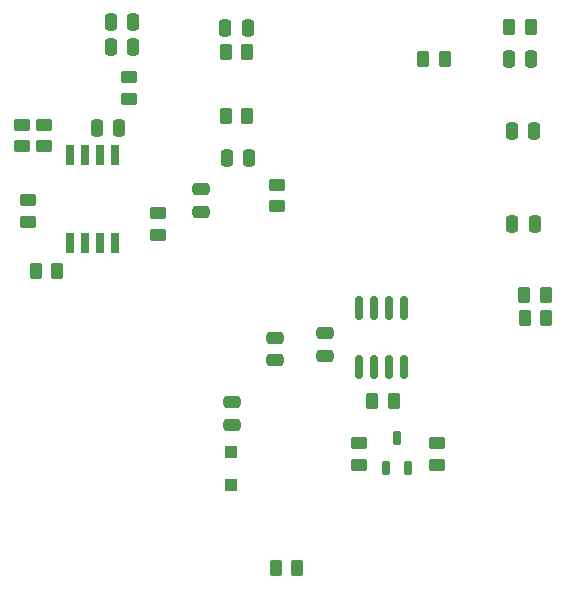
<source format=gbp>
G04 #@! TF.GenerationSoftware,KiCad,Pcbnew,9.0.5*
G04 #@! TF.CreationDate,2025-10-15T09:52:21+02:00*
G04 #@! TF.ProjectId,KleverLogger,4b6c6576-6572-44c6-9f67-6765722e6b69,rev?*
G04 #@! TF.SameCoordinates,Original*
G04 #@! TF.FileFunction,Paste,Bot*
G04 #@! TF.FilePolarity,Positive*
%FSLAX46Y46*%
G04 Gerber Fmt 4.6, Leading zero omitted, Abs format (unit mm)*
G04 Created by KiCad (PCBNEW 9.0.5) date 2025-10-15 09:52:21*
%MOMM*%
%LPD*%
G01*
G04 APERTURE LIST*
G04 Aperture macros list*
%AMRoundRect*
0 Rectangle with rounded corners*
0 $1 Rounding radius*
0 $2 $3 $4 $5 $6 $7 $8 $9 X,Y pos of 4 corners*
0 Add a 4 corners polygon primitive as box body*
4,1,4,$2,$3,$4,$5,$6,$7,$8,$9,$2,$3,0*
0 Add four circle primitives for the rounded corners*
1,1,$1+$1,$2,$3*
1,1,$1+$1,$4,$5*
1,1,$1+$1,$6,$7*
1,1,$1+$1,$8,$9*
0 Add four rect primitives between the rounded corners*
20,1,$1+$1,$2,$3,$4,$5,0*
20,1,$1+$1,$4,$5,$6,$7,0*
20,1,$1+$1,$6,$7,$8,$9,0*
20,1,$1+$1,$8,$9,$2,$3,0*%
G04 Aperture macros list end*
%ADD10RoundRect,0.250000X0.262500X0.450000X-0.262500X0.450000X-0.262500X-0.450000X0.262500X-0.450000X0*%
%ADD11RoundRect,0.250000X-0.300000X0.300000X-0.300000X-0.300000X0.300000X-0.300000X0.300000X0.300000X0*%
%ADD12RoundRect,0.250000X-0.250000X-0.475000X0.250000X-0.475000X0.250000X0.475000X-0.250000X0.475000X0*%
%ADD13RoundRect,0.250000X0.475000X-0.250000X0.475000X0.250000X-0.475000X0.250000X-0.475000X-0.250000X0*%
%ADD14RoundRect,0.162500X0.162500X-0.447500X0.162500X0.447500X-0.162500X0.447500X-0.162500X-0.447500X0*%
%ADD15RoundRect,0.250000X0.250000X0.475000X-0.250000X0.475000X-0.250000X-0.475000X0.250000X-0.475000X0*%
%ADD16R,0.800000X1.700000*%
%ADD17RoundRect,0.250000X-0.450000X0.262500X-0.450000X-0.262500X0.450000X-0.262500X0.450000X0.262500X0*%
%ADD18RoundRect,0.250000X0.450000X-0.262500X0.450000X0.262500X-0.450000X0.262500X-0.450000X-0.262500X0*%
%ADD19RoundRect,0.250000X-0.262500X-0.450000X0.262500X-0.450000X0.262500X0.450000X-0.262500X0.450000X0*%
%ADD20RoundRect,0.150000X-0.150000X0.825000X-0.150000X-0.825000X0.150000X-0.825000X0.150000X0.825000X0*%
G04 APERTURE END LIST*
D10*
G04 #@! TO.C,R6*
X85812500Y-138100000D03*
X83987500Y-138100000D03*
G04 #@! TD*
D11*
G04 #@! TO.C,D4*
X80200000Y-128300000D03*
X80200000Y-131100000D03*
G04 #@! TD*
D12*
G04 #@! TO.C,C7*
X104000000Y-101100000D03*
X105900000Y-101100000D03*
G04 #@! TD*
D13*
G04 #@! TO.C,C2*
X83900000Y-120550000D03*
X83900000Y-118650000D03*
G04 #@! TD*
D14*
G04 #@! TO.C,D2*
X95200000Y-129700000D03*
X93300000Y-129700000D03*
X94250000Y-127080000D03*
G04 #@! TD*
D15*
G04 #@! TO.C,C9*
X71950000Y-94000000D03*
X70050000Y-94000000D03*
G04 #@! TD*
G04 #@! TO.C,C5*
X70750000Y-100900000D03*
X68850000Y-100900000D03*
G04 #@! TD*
D12*
G04 #@! TO.C,C3*
X103750000Y-95000000D03*
X105650000Y-95000000D03*
G04 #@! TD*
D13*
G04 #@! TO.C,C12*
X77700000Y-107950000D03*
X77700000Y-106050000D03*
G04 #@! TD*
D16*
G04 #@! TO.C,U4*
X70405000Y-110600000D03*
X69135000Y-110600000D03*
X67865000Y-110600000D03*
X66595000Y-110600000D03*
X66595000Y-103200000D03*
X67865000Y-103200000D03*
X69135000Y-103200000D03*
X70405000Y-103200000D03*
G04 #@! TD*
D17*
G04 #@! TO.C,R13*
X71600000Y-96587500D03*
X71600000Y-98412500D03*
G04 #@! TD*
D13*
G04 #@! TO.C,C1*
X80300000Y-126000000D03*
X80300000Y-124100000D03*
G04 #@! TD*
D18*
G04 #@! TO.C,R14*
X63000000Y-108812500D03*
X63000000Y-106987500D03*
G04 #@! TD*
D13*
G04 #@! TO.C,C4*
X88200000Y-120150000D03*
X88200000Y-118250000D03*
G04 #@! TD*
D10*
G04 #@! TO.C,R3*
X98312500Y-95000000D03*
X96487500Y-95000000D03*
G04 #@! TD*
D19*
G04 #@! TO.C,R4*
X63687500Y-113000000D03*
X65512500Y-113000000D03*
G04 #@! TD*
D12*
G04 #@! TO.C,C13*
X79850000Y-103400000D03*
X81750000Y-103400000D03*
G04 #@! TD*
D19*
G04 #@! TO.C,R8*
X105037500Y-115000000D03*
X106862500Y-115000000D03*
G04 #@! TD*
D10*
G04 #@! TO.C,R10*
X94012500Y-124000000D03*
X92187500Y-124000000D03*
G04 #@! TD*
G04 #@! TO.C,R5*
X81612500Y-99900000D03*
X79787500Y-99900000D03*
G04 #@! TD*
D17*
G04 #@! TO.C,R12*
X91050000Y-127577500D03*
X91050000Y-129402500D03*
G04 #@! TD*
G04 #@! TO.C,R16*
X64400000Y-100587500D03*
X64400000Y-102412500D03*
G04 #@! TD*
G04 #@! TO.C,R15*
X62500000Y-100587500D03*
X62500000Y-102412500D03*
G04 #@! TD*
G04 #@! TO.C,R11*
X97650000Y-127577500D03*
X97650000Y-129402500D03*
G04 #@! TD*
D20*
G04 #@! TO.C,U5*
X91095000Y-116125000D03*
X92365000Y-116125000D03*
X93635000Y-116125000D03*
X94905000Y-116125000D03*
X94905000Y-121075000D03*
X93635000Y-121075000D03*
X92365000Y-121075000D03*
X91095000Y-121075000D03*
G04 #@! TD*
D15*
G04 #@! TO.C,C10*
X71950000Y-91900000D03*
X70050000Y-91900000D03*
G04 #@! TD*
D17*
G04 #@! TO.C,R1*
X84100000Y-105687500D03*
X84100000Y-107512500D03*
G04 #@! TD*
G04 #@! TO.C,R7*
X74000000Y-108087500D03*
X74000000Y-109912500D03*
G04 #@! TD*
D12*
G04 #@! TO.C,C6*
X104050000Y-109000000D03*
X105950000Y-109000000D03*
G04 #@! TD*
D19*
G04 #@! TO.C,R17*
X103787500Y-92300000D03*
X105612500Y-92300000D03*
G04 #@! TD*
G04 #@! TO.C,R2*
X79787500Y-94400000D03*
X81612500Y-94400000D03*
G04 #@! TD*
G04 #@! TO.C,R9*
X105087500Y-117000000D03*
X106912500Y-117000000D03*
G04 #@! TD*
D12*
G04 #@! TO.C,C11*
X79750000Y-92400000D03*
X81650000Y-92400000D03*
G04 #@! TD*
M02*

</source>
